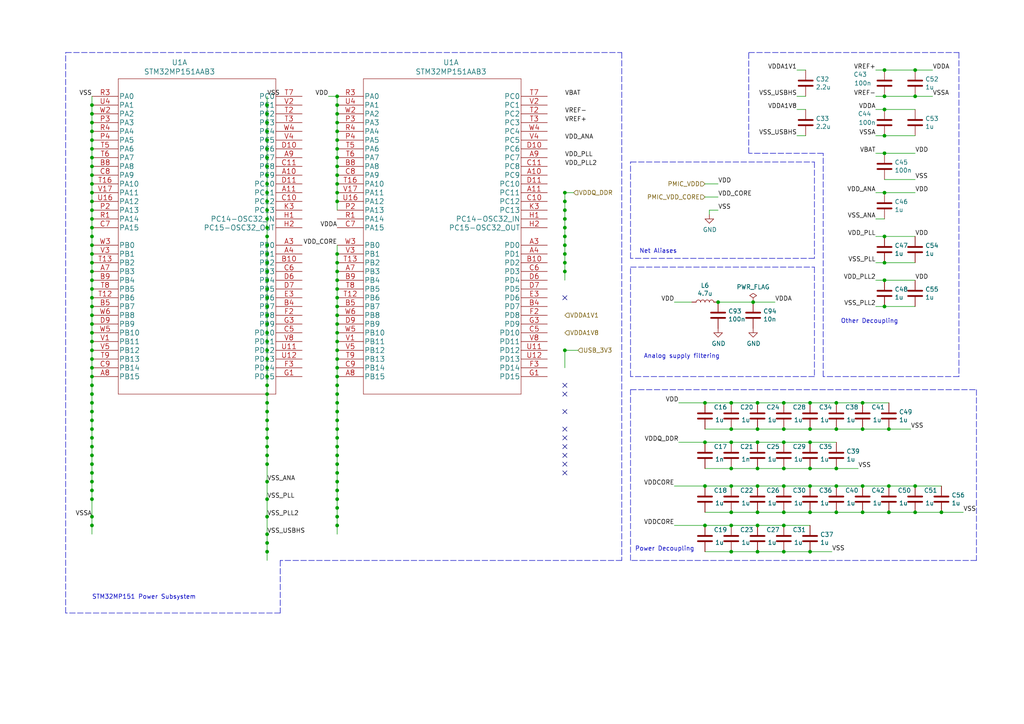
<source format=kicad_sch>
(kicad_sch (version 20211123) (generator eeschema)
  (paper "A4")
  (junction (at 163.83 63.5))
  (junction (at 97.79 30.48))
  (junction (at 26.67 63.5))
  (junction (at 265.43 140.97))
  (junction (at 77.47 58.42))
  (junction (at 77.47 66.04))
  (junction (at 77.47 30.48))
  (junction (at 219.71 135.89))
  (junction (at 77.47 124.46))
  (junction (at 212.09 128.27))
  (junction (at 163.83 76.2))
  (junction (at 26.67 53.34))
  (junction (at 26.67 111.76))
  (junction (at 26.67 121.92))
  (junction (at 77.47 119.38))
  (junction (at 97.79 101.6))
  (junction (at 257.81 148.59))
  (junction (at 77.47 160.02))
  (junction (at 26.67 134.62))
  (junction (at 77.47 45.72))
  (junction (at 77.47 35.56))
  (junction (at 234.95 124.46))
  (junction (at 77.47 78.74))
  (junction (at 163.83 68.58))
  (junction (at 204.47 128.27))
  (junction (at 77.47 91.44))
  (junction (at 212.09 152.4))
  (junction (at 212.09 116.84))
  (junction (at 163.83 60.96))
  (junction (at 212.09 124.46))
  (junction (at 256.54 44.45))
  (junction (at 97.79 104.14))
  (junction (at 26.67 88.9))
  (junction (at 77.47 132.08))
  (junction (at 26.67 33.02))
  (junction (at 26.67 91.44))
  (junction (at 219.71 140.97))
  (junction (at 250.19 124.46))
  (junction (at 256.54 27.94))
  (junction (at 77.47 149.86))
  (junction (at 163.83 73.66))
  (junction (at 97.79 73.66))
  (junction (at 26.67 86.36))
  (junction (at 265.43 20.32))
  (junction (at 77.47 121.92))
  (junction (at 219.71 124.46))
  (junction (at 77.47 106.68))
  (junction (at 97.79 139.7))
  (junction (at 77.47 68.58))
  (junction (at 212.09 148.59))
  (junction (at 97.79 86.36))
  (junction (at 97.79 45.72))
  (junction (at 219.71 116.84))
  (junction (at 256.54 88.9))
  (junction (at 26.67 43.18))
  (junction (at 163.83 66.04))
  (junction (at 234.95 160.02))
  (junction (at 97.79 134.62))
  (junction (at 163.83 55.88))
  (junction (at 97.79 147.32))
  (junction (at 26.67 38.1))
  (junction (at 234.95 116.84))
  (junction (at 77.47 83.82))
  (junction (at 97.79 124.46))
  (junction (at 26.67 152.4))
  (junction (at 256.54 76.2))
  (junction (at 250.19 148.59))
  (junction (at 26.67 114.3))
  (junction (at 227.33 124.46))
  (junction (at 26.67 58.42))
  (junction (at 208.28 87.63))
  (junction (at 77.47 88.9))
  (junction (at 77.47 76.2))
  (junction (at 26.67 104.14))
  (junction (at 26.67 127))
  (junction (at 97.79 99.06))
  (junction (at 97.79 129.54))
  (junction (at 97.79 78.74))
  (junction (at 163.83 78.74))
  (junction (at 26.67 35.56))
  (junction (at 227.33 152.4))
  (junction (at 97.79 149.86))
  (junction (at 26.67 68.58))
  (junction (at 257.81 140.97))
  (junction (at 227.33 160.02))
  (junction (at 97.79 111.76))
  (junction (at 256.54 55.88))
  (junction (at 212.09 160.02))
  (junction (at 26.67 45.72))
  (junction (at 77.47 81.28))
  (junction (at 77.47 96.52))
  (junction (at 97.79 116.84))
  (junction (at 97.79 93.98))
  (junction (at 273.05 148.59))
  (junction (at 26.67 106.68))
  (junction (at 97.79 27.94))
  (junction (at 204.47 116.84))
  (junction (at 77.47 116.84))
  (junction (at 77.47 109.22))
  (junction (at 26.67 99.06))
  (junction (at 97.79 96.52))
  (junction (at 26.67 40.64))
  (junction (at 77.47 127))
  (junction (at 77.47 48.26))
  (junction (at 265.43 148.59))
  (junction (at 26.67 55.88))
  (junction (at 97.79 55.88))
  (junction (at 218.44 87.63))
  (junction (at 234.95 135.89))
  (junction (at 204.47 140.97))
  (junction (at 97.79 53.34))
  (junction (at 97.79 88.9))
  (junction (at 26.67 76.2))
  (junction (at 242.57 148.59))
  (junction (at 204.47 152.4))
  (junction (at 242.57 140.97))
  (junction (at 97.79 106.68))
  (junction (at 77.47 33.02))
  (junction (at 77.47 154.94))
  (junction (at 97.79 76.2))
  (junction (at 77.47 157.48))
  (junction (at 97.79 127))
  (junction (at 227.33 128.27))
  (junction (at 77.47 104.14))
  (junction (at 97.79 132.08))
  (junction (at 256.54 68.58))
  (junction (at 97.79 152.4))
  (junction (at 77.47 40.64))
  (junction (at 77.47 101.6))
  (junction (at 97.79 48.26))
  (junction (at 242.57 124.46))
  (junction (at 163.83 101.6))
  (junction (at 227.33 135.89))
  (junction (at 26.67 50.8))
  (junction (at 26.67 137.16))
  (junction (at 77.47 63.5))
  (junction (at 26.67 83.82))
  (junction (at 97.79 83.82))
  (junction (at 97.79 38.1))
  (junction (at 227.33 140.97))
  (junction (at 219.71 160.02))
  (junction (at 163.83 71.12))
  (junction (at 163.83 58.42))
  (junction (at 97.79 121.92))
  (junction (at 257.81 124.46))
  (junction (at 77.47 60.96))
  (junction (at 26.67 78.74))
  (junction (at 250.19 140.97))
  (junction (at 97.79 142.24))
  (junction (at 97.79 35.56))
  (junction (at 26.67 124.46))
  (junction (at 97.79 58.42))
  (junction (at 77.47 53.34))
  (junction (at 97.79 137.16))
  (junction (at 77.47 71.12))
  (junction (at 265.43 27.94))
  (junction (at 26.67 129.54))
  (junction (at 26.67 71.12))
  (junction (at 77.47 93.98))
  (junction (at 97.79 33.02))
  (junction (at 242.57 135.89))
  (junction (at 97.79 144.78))
  (junction (at 26.67 132.08))
  (junction (at 77.47 55.88))
  (junction (at 77.47 111.76))
  (junction (at 256.54 39.37))
  (junction (at 256.54 20.32))
  (junction (at 242.57 116.84))
  (junction (at 77.47 50.8))
  (junction (at 97.79 50.8))
  (junction (at 212.09 140.97))
  (junction (at 97.79 40.64))
  (junction (at 227.33 148.59))
  (junction (at 77.47 114.3))
  (junction (at 250.19 116.84))
  (junction (at 219.71 148.59))
  (junction (at 26.67 142.24))
  (junction (at 26.67 73.66))
  (junction (at 26.67 101.6))
  (junction (at 219.71 152.4))
  (junction (at 77.47 73.66))
  (junction (at 26.67 96.52))
  (junction (at 26.67 139.7))
  (junction (at 234.95 140.97))
  (junction (at 212.09 135.89))
  (junction (at 77.47 38.1))
  (junction (at 97.79 81.28))
  (junction (at 234.95 128.27))
  (junction (at 26.67 116.84))
  (junction (at 256.54 81.28))
  (junction (at 97.79 91.44))
  (junction (at 256.54 31.75))
  (junction (at 97.79 119.38))
  (junction (at 97.79 109.22))
  (junction (at 77.47 134.62))
  (junction (at 77.47 129.54))
  (junction (at 26.67 60.96))
  (junction (at 77.47 86.36))
  (junction (at 26.67 48.26))
  (junction (at 26.67 149.86))
  (junction (at 77.47 43.18))
  (junction (at 77.47 99.06))
  (junction (at 26.67 109.22))
  (junction (at 219.71 128.27))
  (junction (at 77.47 139.7))
  (junction (at 26.67 30.48))
  (junction (at 26.67 66.04))
  (junction (at 26.67 119.38))
  (junction (at 26.67 144.78))
  (junction (at 97.79 43.18))
  (junction (at 26.67 93.98))
  (junction (at 26.67 81.28))
  (junction (at 234.95 148.59))
  (junction (at 97.79 114.3))
  (junction (at 227.33 116.84))
  (junction (at 77.47 144.78))
  (no_connect (at 163.83 124.46))
  (no_connect (at 163.83 129.54))
  (no_connect (at 163.83 137.16))
  (no_connect (at 163.83 111.76))
  (no_connect (at 163.83 114.3))
  (no_connect (at 163.83 132.08))
  (no_connect (at 163.83 127))
  (no_connect (at 163.83 86.36))
  (no_connect (at 163.83 119.38))
  (no_connect (at 163.83 134.62))
  (wire (pts (xy 204.47 140.97) (xy 212.09 140.97)))
  (polyline (pts (xy 217.17 44.45) (xy 217.17 15.24)))
  (wire (pts (xy 26.67 152.4) (xy 26.67 149.86)))
  (polyline (pts (xy 180.34 15.24) (xy 180.34 162.56)))
  (wire (pts (xy 205.74 60.96) (xy 208.28 60.96)))
  (wire (pts (xy 97.79 86.36) (xy 97.79 88.9)))
  (wire (pts (xy 97.79 147.32) (xy 97.79 149.86)))
  (wire (pts (xy 242.57 135.89) (xy 248.92 135.89)))
  (wire (pts (xy 77.47 104.14) (xy 77.47 106.68)))
  (wire (pts (xy 77.47 30.48) (xy 77.47 33.02)))
  (wire (pts (xy 257.81 148.59) (xy 265.43 148.59)))
  (polyline (pts (xy 236.22 74.93) (xy 182.88 74.93)))
  (wire (pts (xy 265.43 52.07) (xy 256.54 52.07)))
  (wire (pts (xy 234.95 128.27) (xy 242.57 128.27)))
  (wire (pts (xy 97.79 116.84) (xy 97.79 119.38)))
  (wire (pts (xy 77.47 50.8) (xy 77.47 53.34)))
  (wire (pts (xy 97.79 73.66) (xy 97.79 76.2)))
  (wire (pts (xy 26.67 60.96) (xy 26.67 58.42)))
  (wire (pts (xy 26.67 101.6) (xy 26.67 99.06)))
  (wire (pts (xy 256.54 44.45) (xy 265.43 44.45)))
  (wire (pts (xy 77.47 111.76) (xy 77.47 114.3)))
  (wire (pts (xy 219.71 128.27) (xy 227.33 128.27)))
  (polyline (pts (xy 236.22 46.99) (xy 236.22 74.93)))
  (wire (pts (xy 167.64 101.6) (xy 163.83 101.6)))
  (wire (pts (xy 26.67 144.78) (xy 26.67 142.24)))
  (wire (pts (xy 231.14 31.75) (xy 233.68 31.75)))
  (wire (pts (xy 97.79 111.76) (xy 97.79 114.3)))
  (wire (pts (xy 77.47 60.96) (xy 77.47 63.5)))
  (wire (pts (xy 26.67 106.68) (xy 26.67 104.14)))
  (wire (pts (xy 212.09 160.02) (xy 219.71 160.02)))
  (wire (pts (xy 256.54 81.28) (xy 254 81.28)))
  (wire (pts (xy 77.47 93.98) (xy 77.47 96.52)))
  (wire (pts (xy 242.57 116.84) (xy 250.19 116.84)))
  (wire (pts (xy 219.71 140.97) (xy 227.33 140.97)))
  (wire (pts (xy 97.79 43.18) (xy 97.79 40.64)))
  (wire (pts (xy 26.67 33.02) (xy 26.67 30.48)))
  (wire (pts (xy 231.14 20.32) (xy 233.68 20.32)))
  (wire (pts (xy 97.79 137.16) (xy 97.79 139.7)))
  (wire (pts (xy 77.47 144.78) (xy 77.47 139.7)))
  (wire (pts (xy 26.67 40.64) (xy 26.67 38.1)))
  (wire (pts (xy 254 88.9) (xy 256.54 88.9)))
  (wire (pts (xy 204.47 116.84) (xy 212.09 116.84)))
  (wire (pts (xy 208.28 57.15) (xy 204.47 57.15)))
  (wire (pts (xy 97.79 127) (xy 97.79 129.54)))
  (wire (pts (xy 97.79 88.9) (xy 97.79 91.44)))
  (wire (pts (xy 273.05 148.59) (xy 279.4 148.59)))
  (wire (pts (xy 195.58 140.97) (xy 204.47 140.97)))
  (wire (pts (xy 163.83 76.2) (xy 163.83 78.74)))
  (wire (pts (xy 26.67 109.22) (xy 26.67 106.68)))
  (wire (pts (xy 204.47 124.46) (xy 212.09 124.46)))
  (wire (pts (xy 97.79 50.8) (xy 97.79 48.26)))
  (polyline (pts (xy 236.22 109.22) (xy 182.88 109.22)))
  (wire (pts (xy 77.47 40.64) (xy 77.47 43.18)))
  (polyline (pts (xy 81.28 162.56) (xy 81.28 177.8)))
  (wire (pts (xy 97.79 93.98) (xy 97.79 96.52)))
  (wire (pts (xy 204.47 135.89) (xy 212.09 135.89)))
  (wire (pts (xy 256.54 20.32) (xy 265.43 20.32)))
  (wire (pts (xy 241.3 160.02) (xy 234.95 160.02)))
  (wire (pts (xy 77.47 127) (xy 77.47 129.54)))
  (wire (pts (xy 26.67 38.1) (xy 26.67 35.56)))
  (wire (pts (xy 97.79 109.22) (xy 97.79 111.76)))
  (wire (pts (xy 26.67 91.44) (xy 26.67 88.9)))
  (wire (pts (xy 227.33 148.59) (xy 234.95 148.59)))
  (wire (pts (xy 97.79 119.38) (xy 97.79 121.92)))
  (wire (pts (xy 26.67 93.98) (xy 26.67 91.44)))
  (wire (pts (xy 77.47 124.46) (xy 77.47 127)))
  (wire (pts (xy 77.47 83.82) (xy 77.47 86.36)))
  (wire (pts (xy 163.83 66.04) (xy 163.83 68.58)))
  (wire (pts (xy 26.67 124.46) (xy 26.67 121.92)))
  (wire (pts (xy 77.47 109.22) (xy 77.47 111.76)))
  (wire (pts (xy 77.47 129.54) (xy 77.47 132.08)))
  (wire (pts (xy 77.47 96.52) (xy 77.47 99.06)))
  (wire (pts (xy 26.67 114.3) (xy 26.67 111.76)))
  (wire (pts (xy 242.57 124.46) (xy 250.19 124.46)))
  (polyline (pts (xy 217.17 15.24) (xy 278.13 15.24)))
  (wire (pts (xy 256.54 76.2) (xy 265.43 76.2)))
  (wire (pts (xy 256.54 55.88) (xy 265.43 55.88)))
  (wire (pts (xy 254 44.45) (xy 256.54 44.45)))
  (wire (pts (xy 212.09 148.59) (xy 219.71 148.59)))
  (wire (pts (xy 97.79 96.52) (xy 97.79 99.06)))
  (wire (pts (xy 77.47 132.08) (xy 77.47 134.62)))
  (wire (pts (xy 26.67 129.54) (xy 26.67 127)))
  (wire (pts (xy 97.79 33.02) (xy 97.79 30.48)))
  (polyline (pts (xy 19.05 15.24) (xy 180.34 15.24)))
  (wire (pts (xy 219.71 160.02) (xy 227.33 160.02)))
  (wire (pts (xy 77.47 43.18) (xy 77.47 45.72)))
  (wire (pts (xy 208.28 53.34) (xy 204.47 53.34)))
  (polyline (pts (xy 236.22 77.47) (xy 236.22 109.22)))
  (wire (pts (xy 219.71 116.84) (xy 227.33 116.84)))
  (wire (pts (xy 97.79 35.56) (xy 97.79 33.02)))
  (wire (pts (xy 204.47 128.27) (xy 212.09 128.27)))
  (wire (pts (xy 205.74 62.23) (xy 205.74 60.96)))
  (wire (pts (xy 97.79 48.26) (xy 97.79 45.72)))
  (wire (pts (xy 77.47 149.86) (xy 77.47 144.78)))
  (wire (pts (xy 97.79 144.78) (xy 97.79 147.32)))
  (wire (pts (xy 26.67 48.26) (xy 26.67 45.72)))
  (wire (pts (xy 97.79 71.12) (xy 97.79 73.66)))
  (wire (pts (xy 231.14 27.94) (xy 233.68 27.94)))
  (wire (pts (xy 195.58 152.4) (xy 204.47 152.4)))
  (wire (pts (xy 254 20.32) (xy 256.54 20.32)))
  (wire (pts (xy 77.47 58.42) (xy 77.47 60.96)))
  (wire (pts (xy 77.47 86.36) (xy 77.47 88.9)))
  (polyline (pts (xy 238.76 44.45) (xy 217.17 44.45)))
  (wire (pts (xy 77.47 101.6) (xy 77.47 104.14)))
  (wire (pts (xy 77.47 119.38) (xy 77.47 121.92)))
  (wire (pts (xy 250.19 116.84) (xy 257.81 116.84)))
  (wire (pts (xy 77.47 27.94) (xy 77.47 30.48)))
  (wire (pts (xy 212.09 135.89) (xy 219.71 135.89)))
  (wire (pts (xy 97.79 83.82) (xy 97.79 86.36)))
  (wire (pts (xy 77.47 78.74) (xy 77.47 81.28)))
  (wire (pts (xy 26.67 149.86) (xy 26.67 144.78)))
  (wire (pts (xy 256.54 39.37) (xy 265.43 39.37)))
  (wire (pts (xy 265.43 27.94) (xy 270.51 27.94)))
  (wire (pts (xy 256.54 63.5) (xy 254 63.5)))
  (wire (pts (xy 97.79 152.4) (xy 97.79 154.94)))
  (wire (pts (xy 212.09 124.46) (xy 219.71 124.46)))
  (wire (pts (xy 26.67 96.52) (xy 26.67 93.98)))
  (wire (pts (xy 256.54 31.75) (xy 265.43 31.75)))
  (wire (pts (xy 265.43 140.97) (xy 273.05 140.97)))
  (wire (pts (xy 97.79 53.34) (xy 97.79 50.8)))
  (wire (pts (xy 77.47 106.68) (xy 77.47 109.22)))
  (polyline (pts (xy 182.88 46.99) (xy 236.22 46.99)))
  (wire (pts (xy 77.47 73.66) (xy 77.47 76.2)))
  (wire (pts (xy 26.67 88.9) (xy 26.67 86.36)))
  (polyline (pts (xy 283.21 162.56) (xy 182.88 162.56)))
  (wire (pts (xy 77.47 121.92) (xy 77.47 124.46)))
  (wire (pts (xy 77.47 157.48) (xy 77.47 160.02)))
  (wire (pts (xy 97.79 142.24) (xy 97.79 144.78)))
  (wire (pts (xy 95.25 27.94) (xy 97.79 27.94)))
  (wire (pts (xy 26.67 104.14) (xy 26.67 101.6)))
  (wire (pts (xy 234.95 124.46) (xy 227.33 124.46)))
  (polyline (pts (xy 19.05 177.8) (xy 19.05 15.24)))
  (wire (pts (xy 256.54 27.94) (xy 265.43 27.94)))
  (wire (pts (xy 204.47 160.02) (xy 212.09 160.02)))
  (wire (pts (xy 97.79 76.2) (xy 97.79 78.74)))
  (wire (pts (xy 26.67 83.82) (xy 26.67 81.28)))
  (wire (pts (xy 242.57 140.97) (xy 250.19 140.97)))
  (wire (pts (xy 166.37 55.88) (xy 163.83 55.88)))
  (wire (pts (xy 97.79 91.44) (xy 97.79 93.98)))
  (wire (pts (xy 219.71 148.59) (xy 227.33 148.59)))
  (wire (pts (xy 234.95 140.97) (xy 242.57 140.97)))
  (wire (pts (xy 77.47 149.86) (xy 77.47 154.94)))
  (wire (pts (xy 26.67 43.18) (xy 26.67 40.64)))
  (wire (pts (xy 234.95 116.84) (xy 227.33 116.84)))
  (wire (pts (xy 234.95 116.84) (xy 242.57 116.84)))
  (wire (pts (xy 26.67 78.74) (xy 26.67 76.2)))
  (wire (pts (xy 26.67 71.12) (xy 26.67 68.58)))
  (wire (pts (xy 26.67 53.34) (xy 26.67 50.8)))
  (wire (pts (xy 250.19 140.97) (xy 257.81 140.97)))
  (wire (pts (xy 97.79 139.7) (xy 97.79 142.24)))
  (polyline (pts (xy 283.21 113.03) (xy 283.21 162.56)))
  (wire (pts (xy 97.79 40.64) (xy 97.79 38.1)))
  (wire (pts (xy 97.79 30.48) (xy 97.79 27.94)))
  (wire (pts (xy 77.47 139.7) (xy 77.47 134.62)))
  (wire (pts (xy 26.67 50.8) (xy 26.67 48.26)))
  (polyline (pts (xy 278.13 109.22) (xy 238.76 109.22)))
  (polyline (pts (xy 182.88 162.56) (xy 182.88 113.03)))
  (wire (pts (xy 77.47 99.06) (xy 77.47 101.6)))
  (wire (pts (xy 231.14 39.37) (xy 233.68 39.37)))
  (wire (pts (xy 204.47 148.59) (xy 212.09 148.59)))
  (wire (pts (xy 77.47 160.02) (xy 77.47 162.56)))
  (wire (pts (xy 256.54 27.94) (xy 254 27.94)))
  (wire (pts (xy 97.79 99.06) (xy 97.79 101.6)))
  (wire (pts (xy 26.67 127) (xy 26.67 124.46)))
  (wire (pts (xy 26.67 111.76) (xy 26.67 109.22)))
  (wire (pts (xy 163.83 71.12) (xy 163.83 73.66)))
  (wire (pts (xy 218.44 87.63) (xy 224.79 87.63)))
  (wire (pts (xy 212.09 152.4) (xy 219.71 152.4)))
  (wire (pts (xy 208.28 87.63) (xy 218.44 87.63)))
  (wire (pts (xy 77.47 68.58) (xy 77.47 71.12)))
  (wire (pts (xy 97.79 101.6) (xy 97.79 104.14)))
  (wire (pts (xy 97.79 149.86) (xy 97.79 152.4)))
  (wire (pts (xy 26.67 134.62) (xy 26.67 132.08)))
  (wire (pts (xy 204.47 152.4) (xy 212.09 152.4)))
  (wire (pts (xy 163.83 78.74) (xy 163.83 81.28)))
  (wire (pts (xy 163.83 58.42) (xy 163.83 60.96)))
  (wire (pts (xy 26.67 142.24) (xy 26.67 139.7)))
  (wire (pts (xy 256.54 68.58) (xy 254 68.58)))
  (wire (pts (xy 77.47 33.02) (xy 77.47 35.56)))
  (wire (pts (xy 77.47 88.9) (xy 77.47 91.44)))
  (wire (pts (xy 77.47 154.94) (xy 77.47 157.48)))
  (wire (pts (xy 256.54 39.37) (xy 254 39.37)))
  (wire (pts (xy 97.79 124.46) (xy 97.79 127)))
  (wire (pts (xy 163.83 73.66) (xy 163.83 76.2)))
  (wire (pts (xy 26.67 68.58) (xy 26.67 66.04)))
  (wire (pts (xy 219.71 152.4) (xy 227.33 152.4)))
  (wire (pts (xy 256.54 68.58) (xy 265.43 68.58)))
  (wire (pts (xy 77.47 71.12) (xy 77.47 73.66)))
  (wire (pts (xy 26.67 35.56) (xy 26.67 33.02)))
  (wire (pts (xy 97.79 104.14) (xy 97.79 106.68)))
  (wire (pts (xy 227.33 135.89) (xy 234.95 135.89)))
  (wire (pts (xy 26.67 99.06) (xy 26.67 96.52)))
  (wire (pts (xy 77.47 91.44) (xy 77.47 93.98)))
  (wire (pts (xy 26.67 81.28) (xy 26.67 78.74)))
  (wire (pts (xy 26.67 73.66) (xy 26.67 71.12)))
  (wire (pts (xy 234.95 148.59) (xy 242.57 148.59)))
  (wire (pts (xy 26.67 86.36) (xy 26.67 83.82)))
  (polyline (pts (xy 180.34 162.56) (xy 81.28 162.56)))
  (wire (pts (xy 219.71 124.46) (xy 227.33 124.46)))
  (wire (pts (xy 97.79 45.72) (xy 97.79 43.18)))
  (wire (pts (xy 219.71 135.89) (xy 227.33 135.89)))
  (wire (pts (xy 256.54 81.28) (xy 265.43 81.28)))
  (polyline (pts (xy 238.76 109.22) (xy 238.76 44.45)))
  (wire (pts (xy 257.81 124.46) (xy 264.16 124.46)))
  (wire (pts (xy 26.67 121.92) (xy 26.67 119.38)))
  (wire (pts (xy 212.09 140.97) (xy 219.71 140.97)))
  (wire (pts (xy 77.47 76.2) (xy 77.47 78.74)))
  (wire (pts (xy 97.79 106.68) (xy 97.79 109.22)))
  (wire (pts (xy 97.79 132.08) (xy 97.79 134.62)))
  (wire (pts (xy 97.79 121.92) (xy 97.79 124.46)))
  (wire (pts (xy 77.47 45.72) (xy 77.47 48.26)))
  (wire (pts (xy 77.47 81.28) (xy 77.47 83.82)))
  (polyline (pts (xy 81.28 177.8) (xy 19.05 177.8)))
  (wire (pts (xy 77.47 114.3) (xy 77.47 116.84)))
  (wire (pts (xy 163.83 101.6) (xy 163.83 106.68)))
  (wire (pts (xy 77.47 48.26) (xy 77.47 50.8)))
  (wire (pts (xy 265.43 20.32) (xy 270.51 20.32)))
  (wire (pts (xy 97.79 129.54) (xy 97.79 132.08)))
  (wire (pts (xy 227.33 128.27) (xy 234.95 128.27)))
  (wire (pts (xy 26.67 45.72) (xy 26.67 43.18)))
  (wire (pts (xy 250.19 124.46) (xy 257.81 124.46)))
  (wire (pts (xy 97.79 114.3) (xy 97.79 116.84)))
  (wire (pts (xy 77.47 63.5) (xy 77.47 66.04)))
  (wire (pts (xy 26.67 55.88) (xy 26.67 53.34)))
  (wire (pts (xy 26.67 30.48) (xy 26.67 27.94)))
  (wire (pts (xy 97.79 60.96) (xy 97.79 58.42)))
  (wire (pts (xy 265.43 148.59) (xy 273.05 148.59)))
  (wire (pts (xy 265.43 88.9) (xy 256.54 88.9)))
  (wire (pts (xy 212.09 116.84) (xy 219.71 116.84)))
  (wire (pts (xy 250.19 148.59) (xy 257.81 148.59)))
  (wire (pts (xy 234.95 135.89) (xy 242.57 135.89)))
  (wire (pts (xy 163.83 68.58) (xy 163.83 71.12)))
  (wire (pts (xy 26.67 76.2) (xy 26.67 73.66)))
  (wire (pts (xy 26.67 139.7) (xy 26.67 137.16)))
  (wire (pts (xy 227.33 152.4) (xy 234.95 152.4)))
  (polyline (pts (xy 182.88 109.22) (xy 182.88 77.47)))
  (wire (pts (xy 77.47 116.84) (xy 77.47 119.38)))
  (wire (pts (xy 212.09 128.27) (xy 219.71 128.27)))
  (wire (pts (xy 26.67 132.08) (xy 26.67 129.54)))
  (wire (pts (xy 97.79 81.28) (xy 97.79 83.82)))
  (wire (pts (xy 227.33 160.02) (xy 234.95 160.02)))
  (wire (pts (xy 254 31.75) (xy 256.54 31.75)))
  (wire (pts (xy 77.47 66.04) (xy 77.47 68.58)))
  (wire (pts (xy 234.95 124.46) (xy 242.57 124.46)))
  (wire (pts (xy 254 76.2) (xy 256.54 76.2)))
  (wire (pts (xy 77.47 55.88) (xy 77.47 58.42)))
  (wire (pts (xy 257.81 140.97) (xy 265.43 140.97)))
  (polyline (pts (xy 278.13 15.24) (xy 278.13 109.22)))
  (wire (pts (xy 26.67 116.84) (xy 26.67 114.3)))
  (wire (pts (xy 256.54 55.88) (xy 254 55.88)))
  (wire (pts (xy 196.85 128.27) (xy 204.47 128.27)))
  (wire (pts (xy 97.79 58.42) (xy 97.79 55.88)))
  (wire (pts (xy 26.67 137.16) (xy 26.67 134.62)))
  (wire (pts (xy 26.67 66.04) (xy 26.67 63.5)))
  (polyline (pts (xy 182.88 77.47) (xy 236.22 77.47)))
  (wire (pts (xy 26.67 119.38) (xy 26.67 116.84)))
  (wire (pts (xy 26.67 58.42) (xy 26.67 55.88)))
  (wire (pts (xy 163.83 60.96) (xy 163.83 63.5)))
  (wire (pts (xy 196.85 116.84) (xy 204.47 116.84)))
  (wire (pts (xy 97.79 55.88) (xy 97.79 53.34)))
  (wire (pts (xy 195.58 87.63) (xy 200.66 87.63)))
  (wire (pts (xy 97.79 134.62) (xy 97.79 137.16)))
  (wire (pts (xy 97.79 78.74) (xy 97.79 81.28)))
  (polyline (pts (xy 182.88 113.03) (xy 283.21 113.03)))
  (wire (pts (xy 77.47 53.34) (xy 77.47 55.88)))
  (wire (pts (xy 163.83 63.5) (xy 163.83 66.04)))
  (wire (pts (xy 26.67 154.94) (xy 26.67 152.4)))
  (polyline (pts (xy 182.88 74.93) (xy 182.88 46.99)))
  (wire (pts (xy 77.47 35.56) (xy 77.47 38.1)))
  (wire (pts (xy 77.47 38.1) (xy 77.47 40.64)))
  (wire (pts (xy 227.33 140.97) (xy 234.95 140.97)))
  (wire (pts (xy 242.57 148.59) (xy 250.19 148.59)))
  (wire (pts (xy 163.83 55.88) (xy 163.83 58.42)))
  (wire (pts (xy 26.67 63.5) (xy 26.67 60.96)))
  (wire (pts (xy 97.79 38.1) (xy 97.79 35.56)))
  (text "STM32MP151 Power Subsystem" (at 26.67 173.99 0) (effects (font (size 1.27 1.27)) (justify left bottom)))
  (text "Net Aliases" (at 185.42 73.66 0) (effects (font (size 1.27 1.27)) (justify left bottom)))
  (text "Analog supply filtering" (at 186.69 104.14 0) (effects (font (size 1.27 1.27)) (justify left bottom)))
  (text "Other Decoupling" (at 243.84 93.98 0) (effects (font (size 1.27 1.27)) (justify left bottom)))
  (text "Power Decoupling" (at 184.15 160.02 0) (effects (font (size 1.27 1.27)) (justify left bottom)))
  (label "VSS_PLL2" (at 77.47 149.86 0))
  (label "VDDQ_DDR" (at 196.85 128.27 180))
  (label "VSS_PLL2" (at 254 88.9 180))
  (label "VSS_USBHS" (at 231.14 39.37 180))
  (label "VDD" (at 196.85 116.84 180))
  (label "VDD_PLL" (at 254 68.58 180))
  (label "VDD_CORE" (at 97.79 71.12 180))
  (label "VDD_CORE" (at 208.28 57.15 0))
  (label "VSS" (at 241.3 160.02 0))
  (label "VSS" (at 265.43 52.07 0))
  (label "VSS_ANA" (at 77.47 139.7 0))
  (label "VDDA" (at 270.51 20.32 0))
  (label "VREF-" (at 163.83 33.02 0))
  (label "VSS" (at 208.28 60.96 0))
  (label "VSS_PLL" (at 77.47 144.78 0))
  (label "VDD_PLL" (at 163.83 45.72 0))
  (label "VDDA" (at 254 31.75 180))
  (label "VREF-" (at 254 27.94 180))
  (label "VREF+" (at 163.83 35.56 0))
  (label "VDD" (at 265.43 81.28 0))
  (label "VDD_PLL2" (at 163.83 48.26 0))
  (label "VDDA" (at 224.79 87.63 0))
  (label "VSS_USBHS" (at 77.47 154.94 0))
  (label "VSS_ANA" (at 254 63.5 180))
  (label "VDD" (at 208.28 53.34 0))
  (label "VDD_ANA" (at 163.83 40.64 0))
  (label "VDDA1V1" (at 231.14 20.32 180))
  (label "VSS" (at 248.92 135.89 0))
  (label "VSS" (at 264.16 124.46 0))
  (label "VSS" (at 26.67 27.94 180))
  (label "VDDCORE" (at 195.58 140.97 180))
  (label "VSSA" (at 254 39.37 180))
  (label "VDD" (at 265.43 55.88 0))
  (label "VREF+" (at 254 20.32 180))
  (label "VBAT" (at 163.83 27.94 0))
  (label "VDD" (at 265.43 68.58 0))
  (label "VDDCORE" (at 195.58 152.4 180))
  (label "VSS" (at 77.47 27.94 0))
  (label "VDD_ANA" (at 254 55.88 180))
  (label "VBAT" (at 254 44.45 180))
  (label "VDD_PLL2" (at 254 81.28 180))
  (label "VSS_PLL" (at 254 76.2 180))
  (label "VSS_USBHS" (at 231.14 27.94 180))
  (label "VSSA" (at 270.51 27.94 0))
  (label "VSS" (at 279.4 148.59 0))
  (label "VDD" (at 265.43 44.45 0))
  (label "VSSA" (at 26.67 149.86 180))
  (label "VDD" (at 195.58 87.63 180))
  (label "VDDA1V8" (at 231.14 31.75 180))
  (label "VDDA" (at 97.79 66.04 180))
  (label "VDD" (at 95.25 27.94 180))
  (hierarchical_label "VDDQ_DDR" (shape input) (at 166.37 55.88 0))
  (hierarchical_label "VDDA1V1" (shape input) (at 163.83 91.44 0))
  (hierarchical_label "PMIC_VDD_CORE" (shape input) (at 204.47 57.15 180))
  (hierarchical_label "PMIC_VDD" (shape input) (at 204.47 53.34 180))
  (hierarchical_label "VDDA1V8" (shape input) (at 163.83 96.52 0))
  (hierarchical_label "USB_3V3" (shape input) (at 167.64 101.6 0))
  (symbol (lib_id "LinuxBoard:STM32MP151AAB3") (at 26.67 27.94 0)
    (property "Reference" "U1" (at 52.07 18.1102 0) (effects (font (size 1.524 1.524))))
    (property "Value" "STM32MP151AAB3" (at 52.07 20.8026 0) (effects (font (size 1.524 1.524))))
    (property "Footprint" "LinuxBoard:STM32MP151AAB3" (effects hide))
  )
  (symbol (lib_id "LinuxBoard:STM32MP151AAB3") (at 97.79 27.94 0)
    (property "Reference" "U1" (at 130.81 18.1102 0) (effects (font (size 1.524 1.524))))
    (property "Value" "STM32MP151AAB3" (at 130.81 20.8026 0) (effects (font (size 1.524 1.524))))
    (property "Footprint" "LinuxBoard:STM32MP151AAB3" (effects hide))
  )
  (symbol (lib_id "Device:C") (at 256.54 24.13 180) (unit 1)
    (property "Reference" "C43" (at 251.46 21.59 0) (effects (justify left)))
    (property "Value" "100n" (at 252.73 24.13 0) (effects (justify left)))
    (property "Footprint" "Capacitor_SMD:C_0603_1608Metric" (effects hide))
  )
  (symbol (lib_id "Device:C") (at 265.43 24.13 0) (unit 1)
    (property "Reference" "C52" (at 268.351 22.9616 0) (effects (justify left)))
    (property "Value" "1u" (at 268.351 25.273 0) (effects (justify left)))
    (property "Footprint" "Capacitor_SMD:C_0603_1608Metric" (effects hide))
  )
  (symbol (lib_id "Device:C") (at 256.54 35.56 180) (unit 1)
    (property "Reference" "C44" (at 252.73 33.02 0) (effects (justify left)))
    (property "Value" "100n" (at 254 35.56 0) (effects (justify left)))
    (property "Footprint" "Capacitor_SMD:C_0603_1608Metric" (effects hide))
  )
  (symbol (lib_id "Device:C") (at 265.43 35.56 0) (unit 1)
    (property "Reference" "C53" (at 268.351 34.3916 0) (effects (justify left)))
    (property "Value" "1u" (at 268.351 36.703 0) (effects (justify left)))
    (property "Footprint" "Capacitor_SMD:C_0603_1608Metric" (effects hide))
  )
  (symbol (lib_id "power:PWR_FLAG") (at 218.44 87.63 0) (unit 1)
    (property "Reference" "#FLG0101" (effects hide))
    (property "Value" "PWR_FLAG" (at 218.44 83.2358 0))
  )
  (symbol (lib_id "Device:L") (at 204.47 87.63 90) (unit 1)
    (property "Reference" "L6" (at 204.47 82.804 90))
    (property "Value" "4.7u" (at 204.47 85.1154 90))
    (property "Footprint" "Inductor_SMD:L_0603_1608Metric" (effects hide))
  )
  (symbol (lib_id "Device:C") (at 256.54 48.26 0) (unit 1)
    (property "Reference" "C45" (at 259.461 47.0916 0) (effects (justify left)))
    (property "Value" "100n" (at 259.461 49.403 0) (effects (justify left)))
    (property "Footprint" "Capacitor_SMD:C_0603_1608Metric" (effects hide))
  )
  (symbol (lib_id "Device:C") (at 204.47 144.78 0) (unit 1)
    (property "Reference" "C18" (at 207.01 142.24 0) (effects (justify left)))
    (property "Value" "1u" (at 207.391 145.923 0) (effects (justify left)))
    (property "Footprint" "Capacitor_SMD:C_0603_1608Metric" (effects hide))
  )
  (symbol (lib_id "Device:C") (at 212.09 144.78 0) (unit 1)
    (property "Reference" "C22" (at 214.63 142.24 0) (effects (justify left)))
    (property "Value" "1u" (at 215.011 145.923 0) (effects (justify left)))
    (property "Footprint" "Capacitor_SMD:C_0603_1608Metric" (effects hide))
  )
  (symbol (lib_id "Device:C") (at 219.71 144.78 0) (unit 1)
    (property "Reference" "C26" (at 222.25 142.24 0) (effects (justify left)))
    (property "Value" "1u" (at 222.631 145.923 0) (effects (justify left)))
    (property "Footprint" "Capacitor_SMD:C_0603_1608Metric" (effects hide))
  )
  (symbol (lib_id "Device:C") (at 227.33 144.78 0) (unit 1)
    (property "Reference" "C30" (at 229.87 142.24 0) (effects (justify left)))
    (property "Value" "1u" (at 230.251 145.923 0) (effects (justify left)))
    (property "Footprint" "Capacitor_SMD:C_0603_1608Metric" (effects hide))
  )
  (symbol (lib_id "Device:C") (at 234.95 144.78 0) (unit 1)
    (property "Reference" "C36" (at 237.49 142.24 0) (effects (justify left)))
    (property "Value" "1u" (at 237.871 145.923 0) (effects (justify left)))
    (property "Footprint" "Capacitor_SMD:C_0603_1608Metric" (effects hide))
  )
  (symbol (lib_id "Device:C") (at 242.57 144.78 0) (unit 1)
    (property "Reference" "C40" (at 245.11 142.24 0) (effects (justify left)))
    (property "Value" "1u" (at 245.491 145.923 0) (effects (justify left)))
    (property "Footprint" "Capacitor_SMD:C_0603_1608Metric" (effects hide))
  )
  (symbol (lib_id "Device:C") (at 250.19 144.78 0) (unit 1)
    (property "Reference" "C42" (at 252.73 142.24 0) (effects (justify left)))
    (property "Value" "1u" (at 253.111 145.923 0) (effects (justify left)))
    (property "Footprint" "Capacitor_SMD:C_0603_1608Metric" (effects hide))
  )
  (symbol (lib_id "Device:C") (at 257.81 144.78 0) (unit 1)
    (property "Reference" "C50" (at 260.35 142.24 0) (effects (justify left)))
    (property "Value" "1u" (at 260.731 145.923 0) (effects (justify left)))
    (property "Footprint" "Capacitor_SMD:C_0603_1608Metric" (effects hide))
  )
  (symbol (lib_id "Device:C") (at 265.43 144.78 0) (unit 1)
    (property "Reference" "C51" (at 267.97 142.24 0) (effects (justify left)))
    (property "Value" "1u" (at 268.351 145.923 0) (effects (justify left)))
    (property "Footprint" "Capacitor_SMD:C_0603_1608Metric" (effects hide))
  )
  (symbol (lib_id "Device:C") (at 273.05 144.78 0) (unit 1)
    (property "Reference" "C56" (at 275.971 143.6116 0) (effects (justify left)))
    (property "Value" "1u" (at 275.971 145.923 0) (effects (justify left)))
    (property "Footprint" "Capacitor_SMD:C_0603_1608Metric" (effects hide))
  )
  (symbol (lib_id "Device:C") (at 204.47 156.21 0) (unit 1)
    (property "Reference" "C19" (at 207.01 153.67 0) (effects (justify left)))
    (property "Value" "1u" (at 207.391 157.353 0) (effects (justify left)))
    (property "Footprint" "Capacitor_SMD:C_0603_1608Metric" (effects hide))
  )
  (symbol (lib_id "Device:C") (at 212.09 156.21 0) (unit 1)
    (property "Reference" "C23" (at 214.63 153.67 0) (effects (justify left)))
    (property "Value" "1u" (at 215.011 157.353 0) (effects (justify left)))
    (property "Footprint" "Capacitor_SMD:C_0603_1608Metric" (effects hide))
  )
  (symbol (lib_id "Device:C") (at 219.71 156.21 0) (unit 1)
    (property "Reference" "C27" (at 222.25 153.67 0) (effects (justify left)))
    (property "Value" "1u" (at 222.631 157.353 0) (effects (justify left)))
    (property "Footprint" "Capacitor_SMD:C_0603_1608Metric" (effects hide))
  )
  (symbol (lib_id "Device:C") (at 227.33 156.21 0) (unit 1)
    (property "Reference" "C31" (at 229.87 153.67 0) (effects (justify left)))
    (property "Value" "1u" (at 230.251 157.353 0) (effects (justify left)))
    (property "Footprint" "Capacitor_SMD:C_0603_1608Metric" (effects hide))
  )
  (symbol (lib_id "Device:C") (at 234.95 156.21 0) (unit 1)
    (property "Reference" "C37" (at 237.871 155.0416 0) (effects (justify left)))
    (property "Value" "1u" (at 237.871 157.353 0) (effects (justify left)))
    (property "Footprint" "Capacitor_SMD:C_0603_1608Metric" (effects hide))
  )
  (symbol (lib_id "Device:C") (at 204.47 132.08 0) (unit 1)
    (property "Reference" "C17" (at 207.01 129.54 0) (effects (justify left)))
    (property "Value" "1n" (at 207.391 133.223 0) (effects (justify left)))
    (property "Footprint" "Capacitor_SMD:C_0603_1608Metric" (effects hide))
  )
  (symbol (lib_id "Device:C") (at 212.09 132.08 0) (unit 1)
    (property "Reference" "C21" (at 214.63 129.54 0) (effects (justify left)))
    (property "Value" "1n" (at 215.011 133.223 0) (effects (justify left)))
    (property "Footprint" "Capacitor_SMD:C_0603_1608Metric" (effects hide))
  )
  (symbol (lib_id "Device:C") (at 219.71 132.08 0) (unit 1)
    (property "Reference" "C25" (at 222.25 129.54 0) (effects (justify left)))
    (property "Value" "1u" (at 222.631 133.223 0) (effects (justify left)))
    (property "Footprint" "Capacitor_SMD:C_0603_1608Metric" (effects hide))
  )
  (symbol (lib_id "Device:C") (at 227.33 132.08 0) (unit 1)
    (property "Reference" "C29" (at 229.87 129.54 0) (effects (justify left)))
    (property "Value" "1u" (at 230.251 133.223 0) (effects (justify left)))
    (property "Footprint" "Capacitor_SMD:C_0603_1608Metric" (effects hide))
  )
  (symbol (lib_id "Device:C") (at 234.95 132.08 0) (unit 1)
    (property "Reference" "C35" (at 237.49 129.54 0) (effects (justify left)))
    (property "Value" "1u" (at 237.871 133.223 0) (effects (justify left)))
    (property "Footprint" "Capacitor_SMD:C_0603_1608Metric" (effects hide))
  )
  (symbol (lib_id "Device:C") (at 242.57 132.08 0) (unit 1)
    (property "Reference" "C39" (at 245.491 130.9116 0) (effects (justify left)))
    (property "Value" "1u" (at 245.491 133.223 0) (effects (justify left)))
    (property "Footprint" "Capacitor_SMD:C_0603_1608Metric" (effects hide))
  )
  (symbol (lib_id "Device:C") (at 256.54 59.69 0) (unit 1)
    (property "Reference" "C46" (at 259.461 58.5216 0) (effects (justify left)))
    (property "Value" "1u" (at 259.461 60.833 0) (effects (justify left)))
    (property "Footprint" "Capacitor_SMD:C_0603_1608Metric" (effects hide))
  )
  (symbol (lib_id "Device:C") (at 256.54 72.39 0) (unit 1)
    (property "Reference" "C47" (at 259.461 71.2216 0) (effects (justify left)))
    (property "Value" "1u" (at 259.461 73.533 0) (effects (justify left)))
    (property "Footprint" "Capacitor_SMD:C_0603_1608Metric" (effects hide))
  )
  (symbol (lib_id "Device:C") (at 256.54 85.09 0) (unit 1)
    (property "Reference" "C48" (at 259.461 83.9216 0) (effects (justify left)))
    (property "Value" "1u" (at 259.461 86.233 0) (effects (justify left)))
    (property "Footprint" "Capacitor_SMD:C_0603_1608Metric" (effects hide))
  )
  (symbol (lib_id "Device:C") (at 204.47 120.65 0) (unit 1)
    (property "Reference" "C16" (at 207.01 118.11 0) (effects (justify left)))
    (property "Value" "1u" (at 207.391 121.793 0) (effects (justify left)))
    (property "Footprint" "Capacitor_SMD:C_0603_1608Metric" (effects hide))
  )
  (symbol (lib_id "Device:C") (at 212.09 120.65 0) (unit 1)
    (property "Reference" "C20" (at 214.63 118.11 0) (effects (justify left)))
    (property "Value" "1u" (at 215.011 121.793 0) (effects (justify left)))
    (property "Footprint" "Capacitor_SMD:C_0603_1608Metric" (effects hide))
  )
  (symbol (lib_id "Device:C") (at 219.71 120.65 0) (unit 1)
    (property "Reference" "C24" (at 222.25 118.11 0) (effects (justify left)))
    (property "Value" "1u" (at 222.631 121.793 0) (effects (justify left)))
    (property "Footprint" "Capacitor_SMD:C_0603_1608Metric" (effects hide))
  )
  (symbol (lib_id "Device:C") (at 227.33 120.65 0) (unit 1)
    (property "Reference" "C28" (at 229.87 118.11 0) (effects (justify left)))
    (property "Value" "1u" (at 230.251 121.793 0) (effects (justify left)))
    (property "Footprint" "Capacitor_SMD:C_0603_1608Metric" (effects hide))
  )
  (symbol (lib_id "Device:C") (at 265.43 72.39 0) (unit 1)
    (property "Reference" "C54" (at 268.351 71.2216 0) (effects (justify left)))
    (property "Value" "1u" (at 268.351 73.533 0) (effects (justify left)))
    (property "Footprint" "Capacitor_SMD:C_0603_1608Metric" (effects hide))
  )
  (symbol (lib_id "Device:C") (at 265.43 85.09 0) (unit 1)
    (property "Reference" "C55" (at 268.351 83.9216 0) (effects (justify left)))
    (property "Value" "1u" (at 268.351 86.233 0) (effects (justify left)))
    (property "Footprint" "Capacitor_SMD:C_0603_1608Metric" (effects hide))
  )
  (symbol (lib_id "Device:C") (at 234.95 120.65 0) (unit 1)
    (property "Reference" "C34" (at 237.49 118.11 0) (effects (justify left)))
    (property "Value" "1u" (at 237.871 121.793 0) (effects (justify left)))
    (property "Footprint" "Capacitor_SMD:C_0603_1608Metric" (effects hide))
  )
  (symbol (lib_id "Device:C") (at 242.57 120.65 0) (unit 1)
    (property "Reference" "C38" (at 245.11 118.11 0) (effects (justify left)))
    (property "Value" "1u" (at 245.491 121.793 0) (effects (justify left)))
    (property "Footprint" "Capacitor_SMD:C_0603_1608Metric" (effects hide))
  )
  (symbol (lib_id "Device:C") (at 250.19 120.65 0) (unit 1)
    (property "Reference" "C41" (at 252.73 118.11 0) (effects (justify left)))
    (property "Value" "1u" (at 253.111 121.793 0) (effects (justify left)))
    (property "Footprint" "Capacitor_SMD:C_0603_1608Metric" (effects hide))
  )
  (symbol (lib_id "Device:C") (at 257.81 120.65 0) (unit 1)
    (property "Reference" "C49" (at 260.731 119.4816 0) (effects (justify left)))
    (property "Value" "1u" (at 260.731 121.793 0) (effects (justify left)))
    (property "Footprint" "Capacitor_SMD:C_0603_1608Metric" (effects hide))
  )
  (symbol (lib_id "Device:C") (at 233.68 24.13 0) (unit 1)
    (property "Reference" "C32" (at 236.601 22.9616 0) (effects (justify left)))
    (property "Value" "2.2u" (at 236.601 25.273 0) (effects (justify left)))
    (property "Footprint" "Capacitor_SMD:C_0603_1608Metric" (effects hide))
  )
  (symbol (lib_id "Device:C") (at 233.68 35.56 0) (unit 1)
    (property "Reference" "C33" (at 236.601 34.3916 0) (effects (justify left)))
    (property "Value" "2.2u" (at 236.601 36.703 0) (effects (justify left)))
    (property "Footprint" "Capacitor_SMD:C_0603_1608Metric" (effects hide))
  )
  (symbol (lib_id "power:GND") (at 205.74 62.23 0) (unit 1)
    (property "Reference" "#PWR0101" (effects hide))
    (property "Value" "GND" (at 205.867 66.6242 0))
  )
  (symbol (lib_id "Device:C") (at 208.28 91.44 0)
    (property "Reference" "C93" (at 211.201 90.2716 0) (effects (justify left)))
    (property "Value" "100n" (at 211.201 92.583 0) (effects (justify left)))
    (property "Footprint" "Capacitor_SMD:C_0603_1608Metric" (effects hide))
  )
  (symbol (lib_id "Device:C") (at 218.44 91.44 0)
    (property "Reference" "C94" (at 221.361 90.2716 0) (effects (justify left)))
    (property "Value" "10n" (at 221.361 92.583 0) (effects (justify left)))
    (property "Footprint" "Capacitor_SMD:C_0603_1608Metric" (effects hide))
  )
  (symbol (lib_id "power:GND") (at 208.28 95.25 0)
    (property "Reference" "#PWR036" (effects hide))
    (property "Value" "GND" (at 208.407 99.6442 0))
  )
  (symbol (lib_id "power:GND") (at 218.44 95.25 0)
    (property "Reference" "#PWR037" (effects hide))
    (property "Value" "GND" (at 218.567 99.6442 0))
  )
)
</source>
